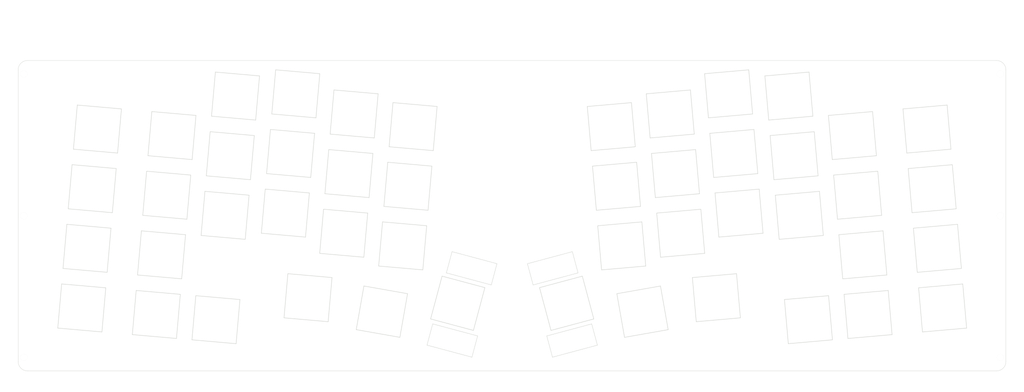
<source format=kicad_pcb>
(kicad_pcb (version 20211014) (generator pcbnew)
  (layers (0 "F.Cu" signal) (31 "B.Cu" signal) (34 "B.Paste" user) (35 "F.Paste" user) (36 "B.SilkS" user "B.Silkscreen") (37 "F.SilkS" user "F.Silkscreen") (38 "B.Mask" user) (39 "F.Mask" user) (44 "Edge.Cuts" user))
  (net 0 "")
  (footprint "kbd_Hole:m2_Screw_Hole_EdgeCuts" (layer "F.Cu") (at 16.075 21.55)
    (fp_text reference "J2" hide)
    (fp_text value "Conn_01x01" hide)
    (fp_circle (center 0 0) (end 1.1 0) (layer "Edge.Cuts") (width 0.01) (fill none))
  )
  (footprint "kbd_Hole:m2_Screw_Hole_EdgeCuts" (layer "F.Cu") (at 16.075 66.65)
    (fp_text reference "J3" hide)
    (fp_text value "Conn_01x01" hide)
    (fp_circle (center 0 0) (end 1.1 0) (layer "Edge.Cuts") (width 0.01) (fill none))
  )
  (footprint "kbd_Hole:m2_Screw_Hole_EdgeCuts" (layer "F.Cu") (at 16.075 111.75)
    (fp_text reference "J4" hide)
    (fp_text value "Conn_01x01" hide)
    (fp_circle (center 0 0) (end 1.1 0) (layer "Edge.Cuts") (width 0.01) (fill none))
  )
  (footprint "kbd_Hole:m2_Screw_Hole_EdgeCuts" (layer "F.Cu") (at 326.825 21.55)
    (fp_text reference "J5" hide)
    (fp_text value "Conn_01x01" hide)
    (fp_circle (center 0 0) (end 1.1 0) (layer "Edge.Cuts") (width 0.01) (fill none))
  )
  (footprint "kbd_Hole:m2_Screw_Hole_EdgeCuts" (layer "F.Cu") (at 326.825 66.65)
    (fp_text reference "J6" hide)
    (fp_text value "Conn_01x01" hide)
    (fp_circle (center 0 0) (end 1.1 0) (layer "Edge.Cuts") (width 0.01) (fill none))
  )
  (footprint "kbd_Hole:m2_Screw_Hole_EdgeCuts" (layer "F.Cu") (at 326.825 111.75)
    (fp_text reference "J7" hide)
    (fp_text value "Conn_01x01" hide)
    (fp_circle (center 0 0) (end 1.1 0) (layer "Edge.Cuts") (width 0.01) (fill none))
  )
  (footprint "kbd_Hole:m2_Screw_Hole_Fab" (layer "F.Cu") (at 11.075 13.05)
    (fp_text reference "J8" hide)
    (fp_text value "Conn_01x01" hide)
  )
  (footprint "kbd_Hole:m2_Screw_Hole_Fab" (layer "F.Cu") (at 11.075 66.65)
    (fp_text reference "J9" hide)
    (fp_text value "Conn_01x01" hide)
  )
  (footprint "kbd_Hole:m2_Screw_Hole_Fab" (layer "F.Cu") (at 11.075 120.25)
    (fp_text reference "J10" hide)
    (fp_text value "Conn_01x01" hide)
  )
  (footprint "kbd_Hole:m2_Screw_Hole_Fab" (layer "F.Cu") (at 108.575 13.05)
    (fp_text reference "J11" hide)
    (fp_text value "Conn_01x01" hide)
  )
  (footprint "kbd_Hole:m2_Screw_Hole_Fab" (layer "F.Cu") (at 234.325 13.05)
    (fp_text reference "J12" hide)
    (fp_text value "Conn_01x01" hide)
  )
  (footprint "kbd_Hole:m2_Screw_Hole_Fab" (layer "F.Cu") (at 108.575 120.25)
    (fp_text reference "J13" hide)
    (fp_text value "Conn_01x01" hide)
  )
  (footprint "kbd_Hole:m2_Screw_Hole_Fab" (layer "F.Cu") (at 234.325 120.25)
    (fp_text reference "J14" hide)
    (fp_text value "Conn_01x01" hide)
  )
  (footprint "kbd_Hole:m2_Screw_Hole_Fab" (layer "F.Cu") (at 331.825 13.05)
    (fp_text reference "J15" hide)
    (fp_text value "Conn_01x01" hide)
  )
  (footprint "kbd_Hole:m2_Screw_Hole_Fab" (layer "F.Cu") (at 331.825 66.65)
    (fp_text reference "J16" hide)
    (fp_text value "Conn_01x01" hide)
  )
  (footprint "kbd_Hole:m2_Screw_Hole_Fab" (layer "F.Cu") (at 331.825 120.25)
    (fp_text reference "J17" hide)
    (fp_text value "Conn_01x01" hide)
  )
  (footprint "kbd_SW_Hole:SW_Hole_1u" (layer "F.Cu") (at 58.250156 98.080462 -5)
    (fp_text reference "SW8" hide)
    (fp_text value "SW_PUSH" hide)
    (fp_line (start -7.05 -7.05) (end 7.05 -7.05) (layer "Edge.Cuts") (width 0.15))
    (fp_line (start 7.05 7.05) (end -7.05 7.05) (layer "Edge.Cuts") (width 0.15))
    (fp_line (start 7.05 -7.05) (end 7.05 7.05) (layer "Edge.Cuts") (width 0.15))
    (fp_line (start -7.05 7.05) (end -7.05 -7.05) (layer "Edge.Cuts") (width 0.15))
  )
  (footprint "kbd_SW_Hole:SW_Hole_1u" (layer "F.Cu") (at 206.360526 76.255466 5)
    (fp_text reference "SW27" hide)
    (fp_text value "SW_PUSH" hide)
    (fp_line (start -7.05 -7.05) (end 7.05 -7.05) (layer "Edge.Cuts") (width 0.15))
    (fp_line (start -7.05 7.05) (end -7.05 -7.05) (layer "Edge.Cuts") (width 0.15))
    (fp_line (start 7.05 7.05) (end -7.05 7.05) (layer "Edge.Cuts") (width 0.15))
    (fp_line (start 7.05 -7.05) (end 7.05 7.05) (layer "Edge.Cuts") (width 0.15))
  )
  (footprint "kbd_SW_Hole:SW_Hole_1u" (layer "F.Cu") (at 106.524087 92.742499 -5)
    (fp_text reference "SW16" hide)
    (fp_text value "SW_PUSH" hide)
    (fp_line (start -7.05 -7.05) (end 7.05 -7.05) (layer "Edge.Cuts") (width 0.15))
    (fp_line (start 7.05 7.05) (end -7.05 7.05) (layer "Edge.Cuts") (width 0.15))
    (fp_line (start -7.05 7.05) (end -7.05 -7.05) (layer "Edge.Cuts") (width 0.15))
    (fp_line (start 7.05 -7.05) (end 7.05 7.05) (layer "Edge.Cuts") (width 0.15))
  )
  (footprint "kbd_SW_Hole:SW_Hole_1u" (layer "F.Cu") (at 221.809861 34.267942 5)
    (fp_text reference "SW29" hide)
    (fp_text value "SW_PUSH" hide)
    (fp_line (start -7.05 7.05) (end -7.05 -7.05) (layer "Edge.Cuts") (width 0.15))
    (fp_line (start 7.05 -7.05) (end 7.05 7.05) (layer "Edge.Cuts") (width 0.15))
    (fp_line (start 7.05 7.05) (end -7.05 7.05) (layer "Edge.Cuts") (width 0.15))
    (fp_line (start -7.05 -7.05) (end 7.05 -7.05) (layer "Edge.Cuts") (width 0.15))
  )
  (footprint "kbd_SW_Hole:SW_Hole_1u" (layer "F.Cu") (at 136.650667 76.255466 -5)
    (fp_text reference "SW23" hide)
    (fp_text value "SW_PUSH" hide)
    (fp_line (start -7.05 7.05) (end -7.05 -7.05) (layer "Edge.Cuts") (width 0.15))
    (fp_line (start -7.05 -7.05) (end 7.05 -7.05) (layer "Edge.Cuts") (width 0.15))
    (fp_line (start 7.05 7.05) (end -7.05 7.05) (layer "Edge.Cuts") (width 0.15))
    (fp_line (start 7.05 -7.05) (end 7.05 7.05) (layer "Edge.Cuts") (width 0.15))
  )
  (footprint "kbd_SW_Hole:SW_Hole_1u" (layer "F.Cu") (at 61.57079 60.125444 -5)
    (fp_text reference "SW6" hide)
    (fp_text value "SW_PUSH" hide)
    (fp_line (start 7.05 7.05) (end -7.05 7.05) (layer "Edge.Cuts") (width 0.15))
    (fp_line (start -7.05 7.05) (end -7.05 -7.05) (layer "Edge.Cuts") (width 0.15))
    (fp_line (start -7.05 -7.05) (end 7.05 -7.05) (layer "Edge.Cuts") (width 0.15))
    (fp_line (start 7.05 -7.05) (end 7.05 7.05) (layer "Edge.Cuts") (width 0.15))
  )
  (footprint "kbd_SW_Hole:SW_Hole_1u" (layer "F.Cu") (at 81.793536 47.552629 -5)
    (fp_text reference "SW10" hide)
    (fp_text value "SW_PUSH" hide)
    (fp_line (start 7.05 7.05) (end -7.05 7.05) (layer "Edge.Cuts") (width 0.15))
    (fp_line (start 7.05 -7.05) (end 7.05 7.05) (layer "Edge.Cuts") (width 0.15))
    (fp_line (start -7.05 -7.05) (end 7.05 -7.05) (layer "Edge.Cuts") (width 0.15))
    (fp_line (start -7.05 7.05) (end -7.05 -7.05) (layer "Edge.Cuts") (width 0.15))
  )
  (footprint "kbd_SW_Hole:SW_Hole_1u" (layer "F.Cu") (at 77.227665 99.740778 -5)
    (fp_text reference "SW12" hide)
    (fp_text value "SW_PUSH" hide)
    (fp_line (start -7.05 -7.05) (end 7.05 -7.05) (layer "Edge.Cuts") (width 0.15))
    (fp_line (start -7.05 7.05) (end -7.05 -7.05) (layer "Edge.Cuts") (width 0.15))
    (fp_line (start 7.05 -7.05) (end 7.05 7.05) (layer "Edge.Cuts") (width 0.15))
    (fp_line (start 7.05 7.05) (end -7.05 7.05) (layer "Edge.Cuts") (width 0.15))
  )
  (footprint "kbd_SW_Hole:SW_Hole_1u" (layer "F.Cu") (at 243.692925 65.818266 5)
    (fp_text reference "SW35" hide)
    (fp_text value "SW_PUSH" hide)
    (fp_line (start -7.05 -7.05) (end 7.05 -7.05) (layer "Edge.Cuts") (width 0.15))
    (fp_line (start -7.05 7.05) (end -7.05 -7.05) (layer "Edge.Cuts") (width 0.15))
    (fp_line (start 7.05 7.05) (end -7.05 7.05) (layer "Edge.Cuts") (width 0.15))
    (fp_line (start 7.05 -7.05) (end 7.05 7.05) (layer "Edge.Cuts") (width 0.15))
  )
  (footprint "kbd_SW_Hole:SW_Hole_1u" (layer "F.Cu") (at 203.039892 38.300448 5)
    (fp_text reference "SW25" hide)
    (fp_text value "SW_PUSH" hide)
    (fp_line (start 7.05 -7.05) (end 7.05 7.05) (layer "Edge.Cuts") (width 0.15))
    (fp_line (start -7.05 -7.05) (end 7.05 -7.05) (layer "Edge.Cuts") (width 0.15))
    (fp_line (start -7.05 7.05) (end -7.05 -7.05) (layer "Edge.Cuts") (width 0.15))
    (fp_line (start 7.05 7.05) (end -7.05 7.05) (layer "Edge.Cuts") (width 0.15))
  )
  (footprint "kbd_SW_Hole:SW_Hole_1u" (layer "F.Cu") (at 279.780086 41.147935 5)
    (fp_text reference "SW41" hide)
    (fp_text value "SW_PUSH" hide)
    (fp_line (start 7.05 7.05) (end -7.05 7.05) (layer "Edge.Cuts") (width 0.15))
    (fp_line (start -7.05 7.05) (end -7.05 -7.05) (layer "Edge.Cuts") (width 0.15))
    (fp_line (start 7.05 -7.05) (end 7.05 7.05) (layer "Edge.Cuts") (width 0.15))
    (fp_line (start -7.05 -7.05) (end 7.05 -7.05) (layer "Edge.Cuts") (width 0.15))
  )
  (footprint "kbd_SW_Hole:SW_Hole_1u" (layer "F.Cu") (at 80.133219 66.530138 -5)
    (fp_text reference "SW11" hide)
    (fp_text value "SW_PUSH" hide)
    (fp_line (start -7.05 7.05) (end -7.05 -7.05) (layer "Edge.Cuts") (width 0.15))
    (fp_line (start 7.05 7.05) (end -7.05 7.05) (layer "Edge.Cuts") (width 0.15))
    (fp_line (start 7.05 -7.05) (end 7.05 7.05) (layer "Edge.Cuts") (width 0.15))
    (fp_line (start -7.05 -7.05) (end 7.05 -7.05) (layer "Edge.Cuts") (width 0.15))
  )
  (footprint "kbd_SW_Hole:SW_Hole_1u" (layer "F.Cu") (at 223.470178 53.245451 5)
    (fp_text reference "SW30" hide)
    (fp_text value "SW_PUSH" hide)
    (fp_line (start -7.05 -7.05) (end 7.05 -7.05) (layer "Edge.Cuts") (width 0.15))
    (fp_line (start 7.05 -7.05) (end 7.05 7.05) (layer "Edge.Cuts") (width 0.15))
    (fp_line (start 7.05 7.05) (end -7.05 7.05) (layer "Edge.Cuts") (width 0.15))
    (fp_line (start -7.05 7.05) (end -7.05 -7.05) (layer "Edge.Cuts") (width 0.15))
  )
  (footprint "kbd_SW_Hole:SW_Hole_1.5u" (layer "F.Cu") (at 308.482923 96.005065 5)
    (fp_text reference "SW48" hide)
    (fp_text value "KEY_SWITCH" hide)
    (fp_line (start -7.05 7.05) (end -7.05 -7.05) (layer "Edge.Cuts") (width 0.15))
    (fp_line (start 7.05 -7.05) (end 7.05 7.05) (layer "Edge.Cuts") (width 0.15))
    (fp_line (start -7.05 -7.05) (end 7.05 -7.05) (layer "Edge.Cuts") (width 0.15))
    (fp_line (start 7.05 7.05) (end -7.05 7.05) (layer "Edge.Cuts") (width 0.15))
  )
  (footprint "kbd_SW_Hole:SW_Hole_1u" (layer "F.Cu") (at 121.201332 34.267942 -5)
    (fp_text reference "SW17" hide)
    (fp_text value "SW_PUSH" hide)
    (fp_line (start 7.05 7.05) (end -7.05 7.05) (layer "Edge.Cuts") (width 0.15))
    (fp_line (start 7.05 -7.05) (end 7.05 7.05) (layer "Edge.Cuts") (width 0.15))
    (fp_line (start -7.05 -7.05) (end 7.05 -7.05) (layer "Edge.Cuts") (width 0.15))
    (fp_line (start -7.05 7.05) (end -7.05 -7.05) (layer "Edge.Cuts") (width 0.15))
  )
  (footprint "kbd_SW_Hole:SW_Hole_1u" (layer "F.Cu") (at 99.318268 65.818266 -5)
    (fp_text reference "SW15" hide)
    (fp_text value "SW_PUSH" hide)
    (fp_line (start -7.05 -7.05) (end 7.05 -7.05) (layer "Edge.Cuts") (width 0.15))
    (fp_line (start 7.05 -7.05) (end 7.05 7.05) (layer "Edge.Cuts") (width 0.15))
    (fp_line (start 7.05 7.05) (end -7.05 7.05) (layer "Edge.Cuts") (width 0.15))
    (fp_line (start -7.05 7.05) (end -7.05 -7.05) (layer "Edge.Cuts") (width 0.15))
  )
  (footprint "kbd_SW_Hole:SW_Hole_1u" (layer "F.Cu") (at 59.910473 79.102953 -5)
    (fp_text reference "SW7" hide)
    (fp_text value "SW_PUSH" hide)
    (fp_line (start 7.05 -7.05) (end 7.05 7.05) (layer "Edge.Cuts") (width 0.15))
    (fp_line (start 7.05 7.05) (end -7.05 7.05) (layer "Edge.Cuts") (width 0.15))
    (fp_line (start -7.05 7.05) (end -7.05 -7.05) (layer "Edge.Cuts") (width 0.15))
    (fp_line (start -7.05 -7.05) (end 7.05 -7.05) (layer "Edge.Cuts") (width 0.15))
  )
  (footprint "kbd_SW_Hole:SW_Hole_1u" (layer "F.Cu") (at 204.700209 57.277957 5)
    (fp_text reference "SW26" hide)
    (fp_text value "SW_PUSH" hide)
    (fp_line (start 7.05 -7.05) (end 7.05 7.05) (layer "Edge.Cuts") (width 0.15))
    (fp_line (start 7.05 7.05) (end -7.05 7.05) (layer "Edge.Cuts") (width 0.15))
    (fp_line (start -7.05 7.05) (end -7.05 -7.05) (layer "Edge.Cuts") (width 0.15))
    (fp_line (start -7.05 -7.05) (end 7.05 -7.05) (layer "Edge.Cuts") (width 0.15))
  )
  (footprint "kbd_SW_Hole:SW_Hole_1.5u" (layer "F.Cu") (at 305.16229 58.050047 5)
    (fp_text reference "SW46" hide)
    (fp_text value "KEY_SWITCH" hide)
    (fp_line (start 7.05 7.05) (end -7.05 7.05) (layer "Edge.Cuts") (width 0.15))
    (fp_line (start -7.05 -7.05) (end 7.05 -7.05) (layer "Edge.Cuts") (width 0.15))
    (fp_line (start -7.05 7.05) (end -7.05 -7.05) (layer "Edge.Cuts") (width 0.15))
    (fp_line (start 7.05 -7.05) (end 7.05 7.05) (layer "Edge.Cuts") (width 0.15))
  )
  (footprint "kbd_SW_Hole:SW_Hole_1u" (layer "F.Cu") (at 281.440403 60.125444 5)
    (fp_text reference "SW42" hide)
    (fp_text value "SW_PUSH" hide)
    (fp_line (start -7.05 -7.05) (end 7.05 -7.05) (layer "Edge.Cuts") (width 0.15))
    (fp_line (start 7.05 -7.05) (end 7.05 7.05) (layer "Edge.Cuts") (width 0.15))
    (fp_line (start 7.05 7.05) (end -7.05 7.05) (layer "Edge.Cuts") (width 0.15))
    (fp_line (start -7.05 7.05) (end -7.05 -7.05) (layer "Edge.Cuts") (width 0.15))
  )
  (footprint "kbd_SW_Hole:SW_Hole_1u" (layer "F.Cu") (at 284.761037 98.080462 5)
    (fp_text reference "SW44" hide)
    (fp_text value "SW_PUSH" hide)
    (fp_line (start -7.05 7.05) (end -7.05 -7.05) (layer "Edge.Cuts") (width 0.15))
    (fp_line (start 7.05 7.05) (end -7.05 7.05) (layer "Edge.Cuts") (width 0.15))
    (fp_line (start 7.05 -7.05) (end 7.05 7.05) (layer "Edge.Cuts") (width 0.15))
    (fp_line (start -7.05 -7.05) (end 7.05 -7.05) (layer "Edge.Cuts") (width 0.15))
  )
  (footprint "kbd_SW_Hole:SW_Hole_1u" (layer "F.Cu") (at 242.032608 46.840757 5)
    (fp_text reference "SW34" hide)
    (fp_text value "SW_PUSH" hide)
    (fp_line (start -7.05 7.05) (end -7.05 -7.05) (layer "Edge.Cuts") (width 0.15))
    (fp_line (start 7.05 7.05) (end -7.05 7.05) (layer "Edge.Cuts") (width 0.15))
    (fp_line (start -7.05 -7.05) (end 7.05 -7.05) (layer "Edge.Cuts") (width 0.15))
    (fp_line (start 7.05 -7.05) (end 7.05 7.05) (layer "Edge.Cuts") (width 0.15))
  )
  (footprint "kbd_SW_Hole:SW_Hole_2u" (layer "F.Cu") (at 154.175399 94.521103 75)
    (fp_text reference "SW24" hide)
    (fp_text value "SW_PUSH" hide)
    (fp_line (start 7.05 7.05) (end -7.05 7.05) (layer "Edge.Cuts") (width 0.15))
    (fp_line (start -7.05 -7.05) (end 7.05 -7.05) (layer "Edge.Cuts") (width 0.15))
    (fp_line (start -15.4 8.8) (end -15.4 -6) (layer "Edge.Cuts") (width 0.12))
    (fp_line (start 15.4 -6) (end 8.4 -6) (layer "Edge.Cuts") (width 0.12))
    (fp_line (start 8.4 -6) (end 8.4 8.8) (layer "Edge.Cuts") (width 0.12))
    (fp_line (start 7.05 -7.05) (end 7.05 7.05) (layer "Edge.Cuts") (width 0.15))
    (fp_line (start -15.4 -6) (end -8.4 -6) (layer "Edge.Cuts") (width 0.12))
    (fp_line (start 15.4 8.8) (end 15.4 -6) (layer "Edge.Cuts") (width 0.12))
    (fp_line (start -8.4 -6) (end -8.4 8.8) (layer "Edge.Cuts") (width 0.12))
    (fp_line (start -8.4 8.8) (end -15.4 8.8) (layer "Edge.Cuts") (width 0.12))
    (fp_line (start 8.4 8.8) (end 15.4 8.8) (layer "Edge.Cuts") (width 0.12))
    (fp_line (start -7.05 7.05) (end -7.05 -7.05) (layer "Edge.Cuts") (width 0.15))
  )
  (footprint "kbd_SW_Hole:SW_Hole_1u" (layer "F.Cu") (at 138.310984 57.277957 -5)
    (fp_text reference "SW22" hide)
    (fp_text value "SW_PUSH" hide)
    (fp_line (start -7.05 -7.05) (end 7.05 -7.05) (layer "Edge.Cuts") (width 0.15))
    (fp_line (start 7.05 -7.05) (end 7.05 7.05) (layer "Edge.Cuts") (width 0.15))
    (fp_line (start 7.05 7.05) (end -7.05 7.05) (layer "Edge.Cuts") (width 0.15))
    (fp_line (start -7.05 7.05) (end -7.05 -7.05) (layer "Edge.Cuts") (width 0.15))
  )
  (footprint "kbd_SW_Hole:SW_Hole_1u" (layer "F.Cu") (at 63.231107 41.147935 -5)
    (fp_text reference "SW5" hide)
    (fp_text value "SW_PUSH" hide)
    (fp_line (start -7.05 7.05) (end -7.05 -7.05) (layer "Edge.Cuts") (width 0.15))
    (fp_line (start 7.05 7.05) (end -7.05 7.05) (layer "Edge.Cuts") (width 0.15))
    (fp_line (start -7.05 -7.05) (end 7.05 -7.05) (layer "Edge.Cuts") (width 0.15))
    (fp_line (start 7.05 -7.05) (end 7.05 7.05) (layer "Edge.Cuts") (width 0.15))
  )
  (footprint "kbd_SW_Hole:SW_Hole_1.5u" (layer "F.Cu") (at 306.822606 77.027556 5)
    (fp_text reference "SW47" hide)
    (fp_text value "KEY_SWITCH" hide)
    (fp_line (start 7.05 7.05) (end -7.05 7.05) (layer "Edge.Cuts") (width 0.15))
    (fp_line (start -7.05 -7.05) (end 7.05 -7.05) (layer "Edge.Cuts") (width 0.15))
    (fp_line (start 7.05 -7.05) (end 7.05 7.05) (layer "Edge.Cuts") (width 0.15))
    (fp_line (start -7.05 7.05) (end -7.05 -7.05) (layer "Edge.Cuts") (width 0.15))
  )
  (footprint "kbd_SW_Hole:SW_Hole_1u" (layer "F.Cu") (at 117.880698 72.22296 -5)
    (fp_text reference "SW19" hide)
    (fp_text value "SW_PUSH" hide)
    (fp_line (start 7.05 7.05) (end -7.05 7.05) (layer "Edge.Cuts") (width 0.15))
    (fp_line (start -7.05 -7.05) (end 7.05 -7.05) (layer "Edge.Cuts") (width 0.15))
    (fp_line (start -7.05 7.05) (end -7.05 -7.05) (layer "Edge.Cuts") (width 0.15))
    (fp_line (start 7.05 -7.05) (end 7.05 7.05) (layer "Edge.Cuts") (width 0.15))
  )
  (footprint "kbd_SW_Hole:SW_Hole_1u" (layer "F.Cu") (at 236.487106 92.742499 5)
    (fp_text reference "SW36" hide)
    (fp_text value "SW_PUSH" hide)
    (fp_line (start 7.05 -7.05) (end 7.05 7.05) (layer "Edge.Cuts") (width 0.15))
    (fp_line (start 7.05 7.05) (end -7.05 7.05) (layer "Edge.Cuts") (width 0.15))
    (fp_line (start -7.05 -7.05) (end 7.05 -7.05) (layer "Edge.Cuts") (width 0.15))
    (fp_line (start -7.05 7.05) (end -7.05 -7.05) (layer "Edge.Cuts") (width 0.15))
  )
  (footprint "kbd_SW_Hole:SW_Hole_1u" (layer "F.Cu") (at 139.971301 38.300448 -5)
    (fp_text reference "SW21" hide)
    (fp_text value "SW_PUSH" hide)
    (fp_line (start -7.05 -7.05) (end 7.05 -7.05) (layer "Edge.Cuts") (width 0.15))
    (fp_line (start 7.05 7.05) (end -7.05 7.05) (layer "Edge.Cuts") (width 0.15))
    (fp_line (start 7.05 -7.05) (end 7.05 7.05) (layer "Edge.Cuts") (width 0.15))
    (fp_line (start -7.05 7.05) (end -7.05 -7.05) (layer "Edge.Cuts") (width 0.15))
  )
  (footprint "kbd_SW_Hole:SW_Hole_1u" (layer "F.Cu") (at 225.130495 72.22296 5)
    (fp_text reference "SW31" hide)
    (fp_text value "SW_PUSH" hide)
    (fp_line (start -7.05 7.05) (end -7.05 -7.05) (layer "Edge.Cuts") (width 0.15))
    (fp_line (start -7.05 -7.05) (end 7.05 -7.05) (layer "Edge.Cuts") (width 0.15))
    (fp_line (start 7.05 -7.05) (end 7.05 7.05) (layer "Edge.Cuts") (width 0.15))
    (fp_line (start 7.05 7.05) (end -7.05 7.05) (layer "Edge.Cuts") (width 0.15))
  )
  (footprint "kbd_SW_Hole:SW_Hole_1.5u" (layer "F.Cu") (at 36.188587 77.027556 -5)
    (fp_text reference "SW3" hide)
    (fp_text value "KEY_SWITCH" hide)
    (fp_line (start 7.05 -7.05) (end 7.05 7.05) (layer "Edge.Cuts") (width 0.15))
    (fp_line (start -7.05 -7.05) (end 7.05 -7.05) (layer "Edge.Cuts") (width 0.15))
    (fp_line (start 7.05 7.05) (end -7.05 7.05) (layer "Edge.Cuts") (width 0.15))
    (fp_line (start -7.05 7.05) (end -7.05 -7.05) (layer "Edge.Cuts") (width 0.15))
  )
  (footprint "kbd_SW_Hole:SW_Hole_1.5u" (layer "F.Cu") (at 303.501973 39.072538 5)
    (fp_text reference "SW45" hide)
    (fp_text value "KEY_SWITCH" hide)
    (fp_line (start 7.05 -7.05) (end 7.05 7.05) (layer "Edge.Cuts") (width 0.15))
    (fp_line (start 7.05 7.05) (end -7.05 7.05) (layer "Edge.Cuts") (width 0.15))
    (fp_line (start -7.05 -7.05) (end 7.05 -7.05) (layer "Edge.Cuts") (width 0.15))
    (fp_line (start -7.05 7.05) (end -7.05 -7.05) (layer "Edge.Cuts") (width 0.15))
  )
  (footprint "kbd_SW_Hole:SW_Hole_1u" (layer "F.Cu") (at 261.217657 47.552629 5)
    (fp_text reference "SW38" hide)
    (fp_text value "SW_PUSH" hide)
    (fp_line (start 7.05 -7.05) (end 7.05 7.05) (layer "Edge.Cuts") (width 0.15))
    (fp_line (start -7.05 7.05) (end -7.05 -7.05) (layer "Edge.Cuts") (width 0.15))
    (fp_line (start 7.05 7.05) (end -7.05 7.05) (layer "Edge.Cuts") (width 0.15))
    (fp_line (start -7.05 -7.05) (end 7.05 -7.05) (layer "Edge.Cuts") (width 0.15))
  )
  (footprint "kbd_SW_Hole:SW_Hole_1.5u" (layer "F.Cu") (at 39.50922 39.072538 -5)
    (fp_text reference "SW1" hide)
    (fp_text value "KEY_SWITCH" hide)
    (fp_line (start -7.05 -7.05) (end 7.05 -7.05) (layer "Edge.Cuts") (width 0.15))
    (fp_line (start 7.05 -7.05) (end 7.05 7.05) (layer "Edge.Cuts") (width 0.15))
    (fp_line (start 7.05 7.05) (end -7.05 7.05) (layer "Edge.Cuts") (width 0.15))
    (fp_line (start -7.05 7.05) (end -7.05 -7.05) (layer "Edge.Cuts") (width 0.15))
  )
  (footprint "kbd_SW_Hole:SW_Hole_1u" (layer "F.Cu") (at 83.453853 28.57512 -5)
    (fp_text reference "SW9" hide)
    (fp_text value "SW_PUSH" hide)
    (fp_line (start -7.05 -7.05) (end 7.05 -7.05) (layer "Edge.Cuts") (width 0.15))
    (fp_line (start 7.05 7.05) (end -7.05 7.05) (layer "Edge.Cuts") (width 0.15))
    (fp_line (start -7.05 7.05) (end -7.05 -7.05) (layer "Edge.Cuts") (width 0.15))
    (fp_line (start 7.05 -7.05) (end 7.05 7.05) (layer "Edge.Cuts") (width 0.15))
  )
  (footprint "kbd_SW_Hole:SW_Hole_1u" (layer "F.Cu") (at 102.638902 27.863248 -5)
    (fp_text reference "SW13" hide)
    (fp_text value "SW_PUSH" hide)
    (fp_line (start -7.05 -7.05) (end 7.05 -7.05) (layer "Edge.Cuts") (width 0.15))
    (fp_line (start 7.05 7.05) (end -7.05 7.05) (layer "Edge.Cuts") (width 0.15))
    (fp_line (start 7.05 -7.05) (end 7.05 7.05) (layer "Edge.Cuts") (width 0.15))
    (fp_line (start -7.05 7.05) (end -7.05 -7.05) (layer "Edge.Cuts") (width 0.15))
  )
  (footprint "kbd_SW_Hole:SW_Hole_1u" (layer "F.Cu") (at 265.783528 99.740778 5)
    (fp_text reference "SW40" hide)
    (fp_text value "SW_PUSH" hide)
    (fp_line (start 7.05 7.05) (end -7.05 7.05) (layer "Edge.Cuts") (width 0.15))
    (fp_line (start -7.05 -7.05) (end 7.05 -7.05) (layer "Edge.Cuts") (width 0.15))
    (fp_line (start 7.05 -7.05) (end 7.05 7.05) (layer "Edge.Cuts") (width 0.15))
    (fp_line (start -7.05 7.05) (end -7.05 -7.05) (layer "Edge.Cuts") (width 0.15))
  )
  (footprint "kbd_SW_Hole:SW_Hole_1u" (layer "F.Cu") (at 259.55734 28.57512 5)
    (fp_text reference "SW37" hide)
    (fp_text value "SW_PUSH" hide)
    (fp_line (start -7.05 -7.05) (end 7.05 -7.05) (layer "Edge.Cuts") (width 0.15))
    (fp_line (start 7.05 -7.05) (end 7.05 7.05) (layer "Edge.Cuts") (width 0.15))
    (fp_line (start -7.05 7.05) (end -7.05 -7.05) (layer "Edge.Cuts") (width 0.15))
    (fp_line (start 7.05 7.05) (end -7.05 7.05) (layer "Edge.Cuts") (width 0.15))
  )
  (footprint "kbd_SW_Hole:SW_Hole_1u" (layer "F.Cu") (at 240.372291 27.863248 5)
    (fp_text reference "SW33" hide)
    (fp_text value "SW_PUSH" hide)
    (fp_line (start -7.05 -7.05) (end 7.05 -7.05) (layer "Edge.Cuts") (width 0.15))
    (fp_line (start 7.05 -7.05) (end 7.05 7.05) (layer "Edge.Cuts") (width 0.15))
    (fp_line (start 7.05 7.05) (end -7.05 7.05) (layer "Edge.Cuts") (width 0.15))
    (fp_line (start -7.05 7.05) (end -7.05 -7.05) (layer "Edge.Cuts") (width 0.15))
  )
  (footprint "kbd_SW_Hole:SW_Hole_2u" (layer "F.Cu") (at 188.835794 94.521103 -75)
    (fp_text reference "SW28" hide)
    (fp_text value "SW_PUSH" hide)
    (fp_line (start -15.4 -6) (end -8.4 -6) (layer "Edge.Cuts") (width 0.12))
    (fp_line (start -7.05 7.05) (end -7.05 -7.05) (layer "Edge.Cuts") (width 0.15))
    (fp_line (start 15.4 -6) (end 8.4 -6) (layer "Edge.Cuts") (width 0.12))
    (fp_line (start 7.05 -7.05) (end 7.05 7.05) (layer "Edge.Cuts") (width 0.15))
    (fp_line (start 8.4 8.8) (end 15.4 8.8) (layer "Edge.Cuts") (width 0.12))
    (fp_line (start 7.05 7.05) (end -7.05 7.05) (layer "Edge.Cuts") (width 0.15))
    (fp_line (start -8.4 -6) (end -8.4 8.8) (layer "Edge.Cuts") (width 0.12))
    (fp_line (start -8.4 8.8) (end -15.4 8.8) (layer "Edge.Cuts") (width 0.12))
    (fp_line (start 15.4 8.8) (end 15.4 -6) (layer "Edge.Cuts") (width 0.12))
    (fp_line (start -7.05 -7.05) (end 7.05 -7.05) (layer "Edge.Cuts") (width 0.15))
    (fp_line (start 8.4 -6) (end 8.4 8.8) (layer "Edge.Cuts") (width 0.12))
    (fp_line (start -15.4 8.8) (end -15.4 -6) (layer "Edge.Cuts") (width 0.12))
  )
  (footprint "kbd_SW_Hole:SW_Hole_1u" (layer "F.Cu") (at 119.541015 53.245451 -5)
    (fp_text reference "SW18" hide)
    (fp_text value "SW_PUSH" hide)
    (fp_line (start 7.05 7.05) (end -7.05 7.05) (layer "Edge.Cuts") (width 0.15))
    (fp_line (start -7.05 7.05) (end -7.05 -7.05) (layer "Edge.Cuts") (width 0.15))
    (fp_line (start 7.05 -7.05) (end 7.05 7.05) (layer "Edge.Cuts") (width 0.15))
    (fp_line (start -7.05 -7.05) (end 7.05 -7.05) (layer "Edge.Cuts") (width 0.15))
  )
  (footprint "kbd_SW_Hole:SW_Hole_1u" (layer "F.Cu") (at 262.877974 66.530138 5)
    (fp_text reference "SW39" hide)
    (fp_text value "SW_PUSH" hide)
    (fp_line (start -7.05 -7.05) (end 7.05 -7.05) (layer "Edge.Cuts") (width 0.15))
    (fp_line (start 7.05 -7.05) (end 7.05 7.05) (layer "Edge.Cuts") (width 0.15))
    (fp_line (start 7.05 7.05) (end -7.05 7.05) (layer "Edge.Cuts") (width 0.15))
    (fp_line (start -7.05 7.05) (end -7.05 -7.05) (layer "Edge.Cuts") (width 0.15))
  )
  (footprint "kbd_SW_Hole:SW_Hole_1.5u" (layer "F.Cu") (at 37.848903 58.050047 -5)
    (fp_text reference "SW2" hide)
    (fp_text value "KEY_SWITCH" hide)
    (fp_line (start 7.05 7.05) (end -7.05 7.05) (layer "Edge.Cuts") (width 0.15))
    (fp_line (start 7.05 -7.05) (end 7.05 7.05) (layer "Edge.Cuts") (width 0.15))
    (fp_line (start -7.05 -7.05) (end 7.05 -7.05) (layer "Edge.Cuts") (width 0.15))
    (fp_line (start -7.05 7.05) (end -7.05 -7.05) (layer "Edge.Cuts") (width 0.15))
  )
  (footprint "kbd_SW_Hole:SW_Hole_1u" (layer "F.Cu") (at 100.978585 46.840757 -5)
    (fp_text reference "SW14" hide)
    (fp_text value "SW_PUSH" hide)
    (fp_line (start 7.05 -7.05) (end 7.05 7.05) (layer "Edge.Cuts") (width 0.15))
    (fp_line (start -7.05 7.05) (end -7.05 -7.05) (layer "Edge.Cuts") (width 0.15))
    (fp_line (start -7.05 -7.05) (end 7.05 -7.05) (layer "Edge.Cuts") (width 0.15))
    (fp_line (start 7.05 7.05) (end -7.05 7.05) (layer "Edge.Cuts") (width 0.15))
  )
  (footprint "kbd_SW_Hole:SW_Hole_1u" (layer "F.Cu") (at 212.97276 97.190084 10)
    (fp_text reference "SW32" hide)
    (fp_text value "SW_PUSH" hide)
    (fp_line (start -7.05 -7.05) (end 7.05 -7.05) (layer "Edge.Cuts") (width 0.15))
    (fp_line (start -7.05 7.05) (end -7.05 -7.05) (layer "Edge.Cuts") (width 0.15))
    (fp_line (start 7.05 -7.05) (end 7.05 7.05) (layer "Edge.Cuts") (width 0.15))
    (fp_line (start 7.05 7.05) (end -7.05 7.05) (layer "Edge.Cuts") (width 0.15))
  )
  (footprint "kbd_SW_Hole:SW_Hole_1u" (layer "F.Cu") (at 130.038433 97.190084 -10)
    (fp_text reference "SW20" hide)
    (fp_text value "SW_PUSH" hide)
    (fp_line (start 7.05 7.05) (end -7.05 7.05) (layer "Edge.Cuts") (width 0.15))
    (fp_line (start 7.05 -7.05) (end 7.05 7.05) (layer "Edge.Cuts") (width 0.15))
    (fp_line (start -7.05 -7.05) (end 7.05 -7.05) (layer "Edge.Cuts") (width 0.15))
    (fp_line (start -7.05 7.05) (end -7.05 -7.05) (layer "Edge.Cuts") (width 0.15))
  )
  (footprint "kbd_SW_Hole:SW_Hole_1u" (layer "F.Cu") (at 283.10072 79.102953 5)
    (fp_text reference "SW43" hide)
    (fp_text value "SW_PUSH" hide)
    (fp_line (start 7.05 -7.05) (end 7.05 7.05) (layer "Edge.Cuts") (width 0.15))
    (fp_line (start 7.05 7.05) (end -7.05 7.05) (layer "Edge.Cuts") (width 0.15))
    (fp_line (start -7.05 -7.05) (end 7.05 -7.05) (layer "Edge.Cuts") (width 0.15))
    (fp_line (start -7.05 7.05) (end -7.05 -7.05) (layer "Edge.Cuts") (width 0.15))
  )
  (footprint "kbd_SW_Hole:SW_Hole_1.5u" (layer "F.Cu") (at 34.52827 96.005065 -5)
    (fp_text reference "SW4" hide)
    (fp_text value "KEY_SWITCH" hide)
    (fp_line (start -7.05 7.05) (end -7.05 -7.05) (layer "Edge.Cuts") (width 0.15))
    (fp_line (start -7.05 -7.05) (end 7.05 -7.05) (layer "Edge.Cuts") (width 0.15))
    (fp_line (start 7.05 7.05) (end -7.05 7.05) (layer "Edge.Cuts") (width 0.15))
    (fp_line (start 7.05 -7.05) (end 7.05 7.05) (layer "Edge.Cuts") (width 0.15))
  )
  (gr_arc (start 325.625 17.25) (mid 327.74632 18.12868) (end 328.625 20.25) (layer "Edge.Cuts") (width 0.1))
  (gr_arc (start 14.275 20.25) (mid 15.15368 18.12868) (end 17.275 17.25) (layer "Edge.Cuts") (width 0.1))
  (gr_arc (start 17.275 116.05) (mid 15.15368 115.17132) (end 14.275 113.05) (layer "Edge.Cuts") (width 0.1))
  (gr_line (start 14.275 20.25) (end 14.275 113.05) (layer "Edge.Cuts") (width 0.1))
  (gr_line (start 328.625 113.05) (end 328.625 20.25) (layer "Edge.Cuts") (width 0.1))
  (gr_line (start 325.625 17.25) (end 17.275 17.25) (layer "Edge.Cuts") (width 0.1))
  (gr_arc (start 328.625 113.05) (mid 327.74632 115.17132) (end 325.625 116.05) (layer "Edge.Cuts") (width 0.1))
  (gr_line (start 17.275 116.05) (end 325.625 116.05) (layer "Edge.Cuts") (width 0.1))
)
</source>
